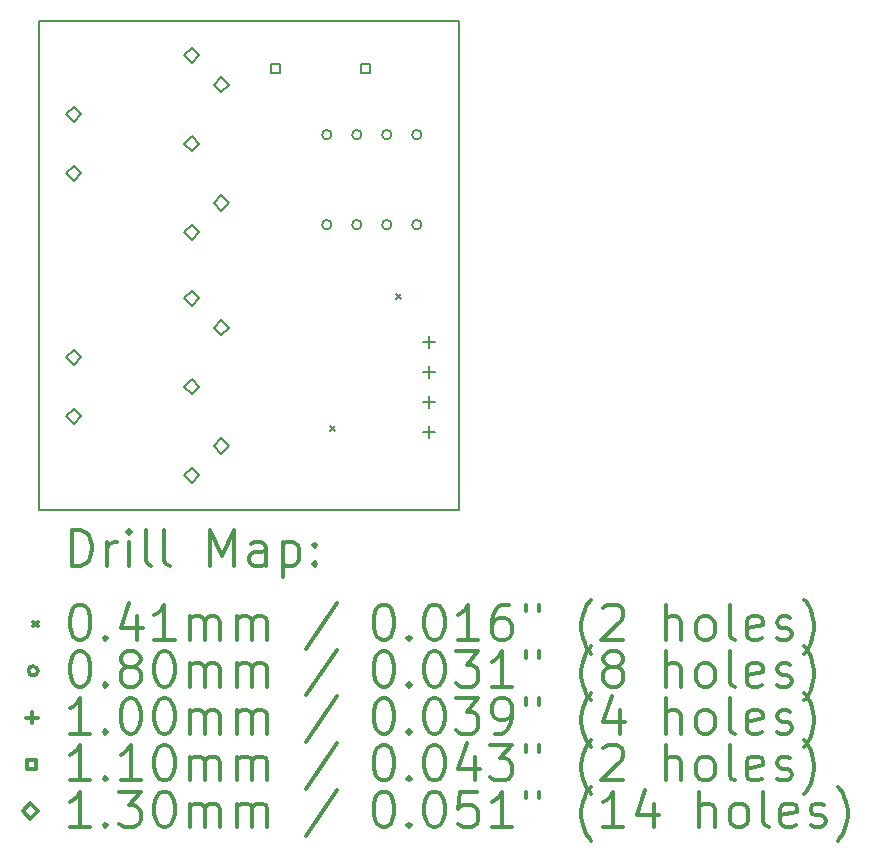
<source format=gbr>
%FSLAX45Y45*%
G04 Gerber Fmt 4.5, Leading zero omitted, Abs format (unit mm)*
G04 Created by KiCad (PCBNEW 5.1.5-52549c5~84~ubuntu18.04.1) date 2020-03-04 13:04:15*
%MOMM*%
%LPD*%
G04 APERTURE LIST*
%TA.AperFunction,Profile*%
%ADD10C,0.150000*%
%TD*%
%ADD11C,0.200000*%
%ADD12C,0.300000*%
G04 APERTURE END LIST*
D10*
X16687800Y-12077700D02*
X16687800Y-7937500D01*
X13131800Y-12077700D02*
X16687800Y-12077700D01*
X13131800Y-7937500D02*
X13131800Y-12077700D01*
X16687800Y-7937500D02*
X13131800Y-7937500D01*
D11*
X15600680Y-11371580D02*
X15641320Y-11412220D01*
X15641320Y-11371580D02*
X15600680Y-11412220D01*
X16159480Y-10253980D02*
X16200120Y-10294620D01*
X16200120Y-10253980D02*
X16159480Y-10294620D01*
X15610200Y-8902700D02*
G75*
G03X15610200Y-8902700I-40000J0D01*
G01*
X15610200Y-9664700D02*
G75*
G03X15610200Y-9664700I-40000J0D01*
G01*
X15864200Y-8902700D02*
G75*
G03X15864200Y-8902700I-40000J0D01*
G01*
X15864200Y-9664700D02*
G75*
G03X15864200Y-9664700I-40000J0D01*
G01*
X16118200Y-8902700D02*
G75*
G03X16118200Y-8902700I-40000J0D01*
G01*
X16118200Y-9664700D02*
G75*
G03X16118200Y-9664700I-40000J0D01*
G01*
X16372200Y-8902700D02*
G75*
G03X16372200Y-8902700I-40000J0D01*
G01*
X16372200Y-9664700D02*
G75*
G03X16372200Y-9664700I-40000J0D01*
G01*
X16433800Y-10605300D02*
X16433800Y-10705300D01*
X16383800Y-10655300D02*
X16483800Y-10655300D01*
X16433800Y-10859300D02*
X16433800Y-10959300D01*
X16383800Y-10909300D02*
X16483800Y-10909300D01*
X16433800Y-11113300D02*
X16433800Y-11213300D01*
X16383800Y-11163300D02*
X16483800Y-11163300D01*
X16433800Y-11367300D02*
X16433800Y-11467300D01*
X16383800Y-11417300D02*
X16483800Y-11417300D01*
X15177291Y-8382791D02*
X15177291Y-8305009D01*
X15099509Y-8305009D01*
X15099509Y-8382791D01*
X15177291Y-8382791D01*
X15939291Y-8382791D02*
X15939291Y-8305009D01*
X15861509Y-8305009D01*
X15861509Y-8382791D01*
X15939291Y-8382791D01*
X13427200Y-8793900D02*
X13492200Y-8728900D01*
X13427200Y-8663900D01*
X13362200Y-8728900D01*
X13427200Y-8793900D01*
X13427200Y-9293900D02*
X13492200Y-9228900D01*
X13427200Y-9163900D01*
X13362200Y-9228900D01*
X13427200Y-9293900D01*
X14427200Y-8293900D02*
X14492200Y-8228900D01*
X14427200Y-8163900D01*
X14362200Y-8228900D01*
X14427200Y-8293900D01*
X14427200Y-9043900D02*
X14492200Y-8978900D01*
X14427200Y-8913900D01*
X14362200Y-8978900D01*
X14427200Y-9043900D01*
X14427200Y-9793900D02*
X14492200Y-9728900D01*
X14427200Y-9663900D01*
X14362200Y-9728900D01*
X14427200Y-9793900D01*
X14677200Y-8543900D02*
X14742200Y-8478900D01*
X14677200Y-8413900D01*
X14612200Y-8478900D01*
X14677200Y-8543900D01*
X14677200Y-9543900D02*
X14742200Y-9478900D01*
X14677200Y-9413900D01*
X14612200Y-9478900D01*
X14677200Y-9543900D01*
X13427200Y-10851300D02*
X13492200Y-10786300D01*
X13427200Y-10721300D01*
X13362200Y-10786300D01*
X13427200Y-10851300D01*
X13427200Y-11351300D02*
X13492200Y-11286300D01*
X13427200Y-11221300D01*
X13362200Y-11286300D01*
X13427200Y-11351300D01*
X14427200Y-10351300D02*
X14492200Y-10286300D01*
X14427200Y-10221300D01*
X14362200Y-10286300D01*
X14427200Y-10351300D01*
X14427200Y-11101300D02*
X14492200Y-11036300D01*
X14427200Y-10971300D01*
X14362200Y-11036300D01*
X14427200Y-11101300D01*
X14427200Y-11851300D02*
X14492200Y-11786300D01*
X14427200Y-11721300D01*
X14362200Y-11786300D01*
X14427200Y-11851300D01*
X14677200Y-10601300D02*
X14742200Y-10536300D01*
X14677200Y-10471300D01*
X14612200Y-10536300D01*
X14677200Y-10601300D01*
X14677200Y-11601300D02*
X14742200Y-11536300D01*
X14677200Y-11471300D01*
X14612200Y-11536300D01*
X14677200Y-11601300D01*
D12*
X13410728Y-12550914D02*
X13410728Y-12250914D01*
X13482157Y-12250914D01*
X13525014Y-12265200D01*
X13553586Y-12293771D01*
X13567871Y-12322343D01*
X13582157Y-12379486D01*
X13582157Y-12422343D01*
X13567871Y-12479486D01*
X13553586Y-12508057D01*
X13525014Y-12536629D01*
X13482157Y-12550914D01*
X13410728Y-12550914D01*
X13710728Y-12550914D02*
X13710728Y-12350914D01*
X13710728Y-12408057D02*
X13725014Y-12379486D01*
X13739300Y-12365200D01*
X13767871Y-12350914D01*
X13796443Y-12350914D01*
X13896443Y-12550914D02*
X13896443Y-12350914D01*
X13896443Y-12250914D02*
X13882157Y-12265200D01*
X13896443Y-12279486D01*
X13910728Y-12265200D01*
X13896443Y-12250914D01*
X13896443Y-12279486D01*
X14082157Y-12550914D02*
X14053586Y-12536629D01*
X14039300Y-12508057D01*
X14039300Y-12250914D01*
X14239300Y-12550914D02*
X14210728Y-12536629D01*
X14196443Y-12508057D01*
X14196443Y-12250914D01*
X14582157Y-12550914D02*
X14582157Y-12250914D01*
X14682157Y-12465200D01*
X14782157Y-12250914D01*
X14782157Y-12550914D01*
X15053586Y-12550914D02*
X15053586Y-12393771D01*
X15039300Y-12365200D01*
X15010728Y-12350914D01*
X14953586Y-12350914D01*
X14925014Y-12365200D01*
X15053586Y-12536629D02*
X15025014Y-12550914D01*
X14953586Y-12550914D01*
X14925014Y-12536629D01*
X14910728Y-12508057D01*
X14910728Y-12479486D01*
X14925014Y-12450914D01*
X14953586Y-12436629D01*
X15025014Y-12436629D01*
X15053586Y-12422343D01*
X15196443Y-12350914D02*
X15196443Y-12650914D01*
X15196443Y-12365200D02*
X15225014Y-12350914D01*
X15282157Y-12350914D01*
X15310728Y-12365200D01*
X15325014Y-12379486D01*
X15339300Y-12408057D01*
X15339300Y-12493771D01*
X15325014Y-12522343D01*
X15310728Y-12536629D01*
X15282157Y-12550914D01*
X15225014Y-12550914D01*
X15196443Y-12536629D01*
X15467871Y-12522343D02*
X15482157Y-12536629D01*
X15467871Y-12550914D01*
X15453586Y-12536629D01*
X15467871Y-12522343D01*
X15467871Y-12550914D01*
X15467871Y-12365200D02*
X15482157Y-12379486D01*
X15467871Y-12393771D01*
X15453586Y-12379486D01*
X15467871Y-12365200D01*
X15467871Y-12393771D01*
X13083660Y-13024880D02*
X13124300Y-13065520D01*
X13124300Y-13024880D02*
X13083660Y-13065520D01*
X13467871Y-12880914D02*
X13496443Y-12880914D01*
X13525014Y-12895200D01*
X13539300Y-12909486D01*
X13553586Y-12938057D01*
X13567871Y-12995200D01*
X13567871Y-13066629D01*
X13553586Y-13123771D01*
X13539300Y-13152343D01*
X13525014Y-13166629D01*
X13496443Y-13180914D01*
X13467871Y-13180914D01*
X13439300Y-13166629D01*
X13425014Y-13152343D01*
X13410728Y-13123771D01*
X13396443Y-13066629D01*
X13396443Y-12995200D01*
X13410728Y-12938057D01*
X13425014Y-12909486D01*
X13439300Y-12895200D01*
X13467871Y-12880914D01*
X13696443Y-13152343D02*
X13710728Y-13166629D01*
X13696443Y-13180914D01*
X13682157Y-13166629D01*
X13696443Y-13152343D01*
X13696443Y-13180914D01*
X13967871Y-12980914D02*
X13967871Y-13180914D01*
X13896443Y-12866629D02*
X13825014Y-13080914D01*
X14010728Y-13080914D01*
X14282157Y-13180914D02*
X14110728Y-13180914D01*
X14196443Y-13180914D02*
X14196443Y-12880914D01*
X14167871Y-12923771D01*
X14139300Y-12952343D01*
X14110728Y-12966629D01*
X14410728Y-13180914D02*
X14410728Y-12980914D01*
X14410728Y-13009486D02*
X14425014Y-12995200D01*
X14453586Y-12980914D01*
X14496443Y-12980914D01*
X14525014Y-12995200D01*
X14539300Y-13023771D01*
X14539300Y-13180914D01*
X14539300Y-13023771D02*
X14553586Y-12995200D01*
X14582157Y-12980914D01*
X14625014Y-12980914D01*
X14653586Y-12995200D01*
X14667871Y-13023771D01*
X14667871Y-13180914D01*
X14810728Y-13180914D02*
X14810728Y-12980914D01*
X14810728Y-13009486D02*
X14825014Y-12995200D01*
X14853586Y-12980914D01*
X14896443Y-12980914D01*
X14925014Y-12995200D01*
X14939300Y-13023771D01*
X14939300Y-13180914D01*
X14939300Y-13023771D02*
X14953586Y-12995200D01*
X14982157Y-12980914D01*
X15025014Y-12980914D01*
X15053586Y-12995200D01*
X15067871Y-13023771D01*
X15067871Y-13180914D01*
X15653586Y-12866629D02*
X15396443Y-13252343D01*
X16039300Y-12880914D02*
X16067871Y-12880914D01*
X16096443Y-12895200D01*
X16110728Y-12909486D01*
X16125014Y-12938057D01*
X16139300Y-12995200D01*
X16139300Y-13066629D01*
X16125014Y-13123771D01*
X16110728Y-13152343D01*
X16096443Y-13166629D01*
X16067871Y-13180914D01*
X16039300Y-13180914D01*
X16010728Y-13166629D01*
X15996443Y-13152343D01*
X15982157Y-13123771D01*
X15967871Y-13066629D01*
X15967871Y-12995200D01*
X15982157Y-12938057D01*
X15996443Y-12909486D01*
X16010728Y-12895200D01*
X16039300Y-12880914D01*
X16267871Y-13152343D02*
X16282157Y-13166629D01*
X16267871Y-13180914D01*
X16253586Y-13166629D01*
X16267871Y-13152343D01*
X16267871Y-13180914D01*
X16467871Y-12880914D02*
X16496443Y-12880914D01*
X16525014Y-12895200D01*
X16539300Y-12909486D01*
X16553586Y-12938057D01*
X16567871Y-12995200D01*
X16567871Y-13066629D01*
X16553586Y-13123771D01*
X16539300Y-13152343D01*
X16525014Y-13166629D01*
X16496443Y-13180914D01*
X16467871Y-13180914D01*
X16439300Y-13166629D01*
X16425014Y-13152343D01*
X16410728Y-13123771D01*
X16396443Y-13066629D01*
X16396443Y-12995200D01*
X16410728Y-12938057D01*
X16425014Y-12909486D01*
X16439300Y-12895200D01*
X16467871Y-12880914D01*
X16853586Y-13180914D02*
X16682157Y-13180914D01*
X16767871Y-13180914D02*
X16767871Y-12880914D01*
X16739300Y-12923771D01*
X16710728Y-12952343D01*
X16682157Y-12966629D01*
X17110728Y-12880914D02*
X17053586Y-12880914D01*
X17025014Y-12895200D01*
X17010728Y-12909486D01*
X16982157Y-12952343D01*
X16967871Y-13009486D01*
X16967871Y-13123771D01*
X16982157Y-13152343D01*
X16996443Y-13166629D01*
X17025014Y-13180914D01*
X17082157Y-13180914D01*
X17110728Y-13166629D01*
X17125014Y-13152343D01*
X17139300Y-13123771D01*
X17139300Y-13052343D01*
X17125014Y-13023771D01*
X17110728Y-13009486D01*
X17082157Y-12995200D01*
X17025014Y-12995200D01*
X16996443Y-13009486D01*
X16982157Y-13023771D01*
X16967871Y-13052343D01*
X17253586Y-12880914D02*
X17253586Y-12938057D01*
X17367871Y-12880914D02*
X17367871Y-12938057D01*
X17810728Y-13295200D02*
X17796443Y-13280914D01*
X17767871Y-13238057D01*
X17753586Y-13209486D01*
X17739300Y-13166629D01*
X17725014Y-13095200D01*
X17725014Y-13038057D01*
X17739300Y-12966629D01*
X17753586Y-12923771D01*
X17767871Y-12895200D01*
X17796443Y-12852343D01*
X17810728Y-12838057D01*
X17910728Y-12909486D02*
X17925014Y-12895200D01*
X17953586Y-12880914D01*
X18025014Y-12880914D01*
X18053586Y-12895200D01*
X18067871Y-12909486D01*
X18082157Y-12938057D01*
X18082157Y-12966629D01*
X18067871Y-13009486D01*
X17896443Y-13180914D01*
X18082157Y-13180914D01*
X18439300Y-13180914D02*
X18439300Y-12880914D01*
X18567871Y-13180914D02*
X18567871Y-13023771D01*
X18553586Y-12995200D01*
X18525014Y-12980914D01*
X18482157Y-12980914D01*
X18453586Y-12995200D01*
X18439300Y-13009486D01*
X18753586Y-13180914D02*
X18725014Y-13166629D01*
X18710728Y-13152343D01*
X18696443Y-13123771D01*
X18696443Y-13038057D01*
X18710728Y-13009486D01*
X18725014Y-12995200D01*
X18753586Y-12980914D01*
X18796443Y-12980914D01*
X18825014Y-12995200D01*
X18839300Y-13009486D01*
X18853586Y-13038057D01*
X18853586Y-13123771D01*
X18839300Y-13152343D01*
X18825014Y-13166629D01*
X18796443Y-13180914D01*
X18753586Y-13180914D01*
X19025014Y-13180914D02*
X18996443Y-13166629D01*
X18982157Y-13138057D01*
X18982157Y-12880914D01*
X19253586Y-13166629D02*
X19225014Y-13180914D01*
X19167871Y-13180914D01*
X19139300Y-13166629D01*
X19125014Y-13138057D01*
X19125014Y-13023771D01*
X19139300Y-12995200D01*
X19167871Y-12980914D01*
X19225014Y-12980914D01*
X19253586Y-12995200D01*
X19267871Y-13023771D01*
X19267871Y-13052343D01*
X19125014Y-13080914D01*
X19382157Y-13166629D02*
X19410728Y-13180914D01*
X19467871Y-13180914D01*
X19496443Y-13166629D01*
X19510728Y-13138057D01*
X19510728Y-13123771D01*
X19496443Y-13095200D01*
X19467871Y-13080914D01*
X19425014Y-13080914D01*
X19396443Y-13066629D01*
X19382157Y-13038057D01*
X19382157Y-13023771D01*
X19396443Y-12995200D01*
X19425014Y-12980914D01*
X19467871Y-12980914D01*
X19496443Y-12995200D01*
X19610728Y-13295200D02*
X19625014Y-13280914D01*
X19653586Y-13238057D01*
X19667871Y-13209486D01*
X19682157Y-13166629D01*
X19696443Y-13095200D01*
X19696443Y-13038057D01*
X19682157Y-12966629D01*
X19667871Y-12923771D01*
X19653586Y-12895200D01*
X19625014Y-12852343D01*
X19610728Y-12838057D01*
X13124300Y-13441200D02*
G75*
G03X13124300Y-13441200I-40000J0D01*
G01*
X13467871Y-13276914D02*
X13496443Y-13276914D01*
X13525014Y-13291200D01*
X13539300Y-13305486D01*
X13553586Y-13334057D01*
X13567871Y-13391200D01*
X13567871Y-13462629D01*
X13553586Y-13519771D01*
X13539300Y-13548343D01*
X13525014Y-13562629D01*
X13496443Y-13576914D01*
X13467871Y-13576914D01*
X13439300Y-13562629D01*
X13425014Y-13548343D01*
X13410728Y-13519771D01*
X13396443Y-13462629D01*
X13396443Y-13391200D01*
X13410728Y-13334057D01*
X13425014Y-13305486D01*
X13439300Y-13291200D01*
X13467871Y-13276914D01*
X13696443Y-13548343D02*
X13710728Y-13562629D01*
X13696443Y-13576914D01*
X13682157Y-13562629D01*
X13696443Y-13548343D01*
X13696443Y-13576914D01*
X13882157Y-13405486D02*
X13853586Y-13391200D01*
X13839300Y-13376914D01*
X13825014Y-13348343D01*
X13825014Y-13334057D01*
X13839300Y-13305486D01*
X13853586Y-13291200D01*
X13882157Y-13276914D01*
X13939300Y-13276914D01*
X13967871Y-13291200D01*
X13982157Y-13305486D01*
X13996443Y-13334057D01*
X13996443Y-13348343D01*
X13982157Y-13376914D01*
X13967871Y-13391200D01*
X13939300Y-13405486D01*
X13882157Y-13405486D01*
X13853586Y-13419771D01*
X13839300Y-13434057D01*
X13825014Y-13462629D01*
X13825014Y-13519771D01*
X13839300Y-13548343D01*
X13853586Y-13562629D01*
X13882157Y-13576914D01*
X13939300Y-13576914D01*
X13967871Y-13562629D01*
X13982157Y-13548343D01*
X13996443Y-13519771D01*
X13996443Y-13462629D01*
X13982157Y-13434057D01*
X13967871Y-13419771D01*
X13939300Y-13405486D01*
X14182157Y-13276914D02*
X14210728Y-13276914D01*
X14239300Y-13291200D01*
X14253586Y-13305486D01*
X14267871Y-13334057D01*
X14282157Y-13391200D01*
X14282157Y-13462629D01*
X14267871Y-13519771D01*
X14253586Y-13548343D01*
X14239300Y-13562629D01*
X14210728Y-13576914D01*
X14182157Y-13576914D01*
X14153586Y-13562629D01*
X14139300Y-13548343D01*
X14125014Y-13519771D01*
X14110728Y-13462629D01*
X14110728Y-13391200D01*
X14125014Y-13334057D01*
X14139300Y-13305486D01*
X14153586Y-13291200D01*
X14182157Y-13276914D01*
X14410728Y-13576914D02*
X14410728Y-13376914D01*
X14410728Y-13405486D02*
X14425014Y-13391200D01*
X14453586Y-13376914D01*
X14496443Y-13376914D01*
X14525014Y-13391200D01*
X14539300Y-13419771D01*
X14539300Y-13576914D01*
X14539300Y-13419771D02*
X14553586Y-13391200D01*
X14582157Y-13376914D01*
X14625014Y-13376914D01*
X14653586Y-13391200D01*
X14667871Y-13419771D01*
X14667871Y-13576914D01*
X14810728Y-13576914D02*
X14810728Y-13376914D01*
X14810728Y-13405486D02*
X14825014Y-13391200D01*
X14853586Y-13376914D01*
X14896443Y-13376914D01*
X14925014Y-13391200D01*
X14939300Y-13419771D01*
X14939300Y-13576914D01*
X14939300Y-13419771D02*
X14953586Y-13391200D01*
X14982157Y-13376914D01*
X15025014Y-13376914D01*
X15053586Y-13391200D01*
X15067871Y-13419771D01*
X15067871Y-13576914D01*
X15653586Y-13262629D02*
X15396443Y-13648343D01*
X16039300Y-13276914D02*
X16067871Y-13276914D01*
X16096443Y-13291200D01*
X16110728Y-13305486D01*
X16125014Y-13334057D01*
X16139300Y-13391200D01*
X16139300Y-13462629D01*
X16125014Y-13519771D01*
X16110728Y-13548343D01*
X16096443Y-13562629D01*
X16067871Y-13576914D01*
X16039300Y-13576914D01*
X16010728Y-13562629D01*
X15996443Y-13548343D01*
X15982157Y-13519771D01*
X15967871Y-13462629D01*
X15967871Y-13391200D01*
X15982157Y-13334057D01*
X15996443Y-13305486D01*
X16010728Y-13291200D01*
X16039300Y-13276914D01*
X16267871Y-13548343D02*
X16282157Y-13562629D01*
X16267871Y-13576914D01*
X16253586Y-13562629D01*
X16267871Y-13548343D01*
X16267871Y-13576914D01*
X16467871Y-13276914D02*
X16496443Y-13276914D01*
X16525014Y-13291200D01*
X16539300Y-13305486D01*
X16553586Y-13334057D01*
X16567871Y-13391200D01*
X16567871Y-13462629D01*
X16553586Y-13519771D01*
X16539300Y-13548343D01*
X16525014Y-13562629D01*
X16496443Y-13576914D01*
X16467871Y-13576914D01*
X16439300Y-13562629D01*
X16425014Y-13548343D01*
X16410728Y-13519771D01*
X16396443Y-13462629D01*
X16396443Y-13391200D01*
X16410728Y-13334057D01*
X16425014Y-13305486D01*
X16439300Y-13291200D01*
X16467871Y-13276914D01*
X16667871Y-13276914D02*
X16853586Y-13276914D01*
X16753586Y-13391200D01*
X16796443Y-13391200D01*
X16825014Y-13405486D01*
X16839300Y-13419771D01*
X16853586Y-13448343D01*
X16853586Y-13519771D01*
X16839300Y-13548343D01*
X16825014Y-13562629D01*
X16796443Y-13576914D01*
X16710728Y-13576914D01*
X16682157Y-13562629D01*
X16667871Y-13548343D01*
X17139300Y-13576914D02*
X16967871Y-13576914D01*
X17053586Y-13576914D02*
X17053586Y-13276914D01*
X17025014Y-13319771D01*
X16996443Y-13348343D01*
X16967871Y-13362629D01*
X17253586Y-13276914D02*
X17253586Y-13334057D01*
X17367871Y-13276914D02*
X17367871Y-13334057D01*
X17810728Y-13691200D02*
X17796443Y-13676914D01*
X17767871Y-13634057D01*
X17753586Y-13605486D01*
X17739300Y-13562629D01*
X17725014Y-13491200D01*
X17725014Y-13434057D01*
X17739300Y-13362629D01*
X17753586Y-13319771D01*
X17767871Y-13291200D01*
X17796443Y-13248343D01*
X17810728Y-13234057D01*
X17967871Y-13405486D02*
X17939300Y-13391200D01*
X17925014Y-13376914D01*
X17910728Y-13348343D01*
X17910728Y-13334057D01*
X17925014Y-13305486D01*
X17939300Y-13291200D01*
X17967871Y-13276914D01*
X18025014Y-13276914D01*
X18053586Y-13291200D01*
X18067871Y-13305486D01*
X18082157Y-13334057D01*
X18082157Y-13348343D01*
X18067871Y-13376914D01*
X18053586Y-13391200D01*
X18025014Y-13405486D01*
X17967871Y-13405486D01*
X17939300Y-13419771D01*
X17925014Y-13434057D01*
X17910728Y-13462629D01*
X17910728Y-13519771D01*
X17925014Y-13548343D01*
X17939300Y-13562629D01*
X17967871Y-13576914D01*
X18025014Y-13576914D01*
X18053586Y-13562629D01*
X18067871Y-13548343D01*
X18082157Y-13519771D01*
X18082157Y-13462629D01*
X18067871Y-13434057D01*
X18053586Y-13419771D01*
X18025014Y-13405486D01*
X18439300Y-13576914D02*
X18439300Y-13276914D01*
X18567871Y-13576914D02*
X18567871Y-13419771D01*
X18553586Y-13391200D01*
X18525014Y-13376914D01*
X18482157Y-13376914D01*
X18453586Y-13391200D01*
X18439300Y-13405486D01*
X18753586Y-13576914D02*
X18725014Y-13562629D01*
X18710728Y-13548343D01*
X18696443Y-13519771D01*
X18696443Y-13434057D01*
X18710728Y-13405486D01*
X18725014Y-13391200D01*
X18753586Y-13376914D01*
X18796443Y-13376914D01*
X18825014Y-13391200D01*
X18839300Y-13405486D01*
X18853586Y-13434057D01*
X18853586Y-13519771D01*
X18839300Y-13548343D01*
X18825014Y-13562629D01*
X18796443Y-13576914D01*
X18753586Y-13576914D01*
X19025014Y-13576914D02*
X18996443Y-13562629D01*
X18982157Y-13534057D01*
X18982157Y-13276914D01*
X19253586Y-13562629D02*
X19225014Y-13576914D01*
X19167871Y-13576914D01*
X19139300Y-13562629D01*
X19125014Y-13534057D01*
X19125014Y-13419771D01*
X19139300Y-13391200D01*
X19167871Y-13376914D01*
X19225014Y-13376914D01*
X19253586Y-13391200D01*
X19267871Y-13419771D01*
X19267871Y-13448343D01*
X19125014Y-13476914D01*
X19382157Y-13562629D02*
X19410728Y-13576914D01*
X19467871Y-13576914D01*
X19496443Y-13562629D01*
X19510728Y-13534057D01*
X19510728Y-13519771D01*
X19496443Y-13491200D01*
X19467871Y-13476914D01*
X19425014Y-13476914D01*
X19396443Y-13462629D01*
X19382157Y-13434057D01*
X19382157Y-13419771D01*
X19396443Y-13391200D01*
X19425014Y-13376914D01*
X19467871Y-13376914D01*
X19496443Y-13391200D01*
X19610728Y-13691200D02*
X19625014Y-13676914D01*
X19653586Y-13634057D01*
X19667871Y-13605486D01*
X19682157Y-13562629D01*
X19696443Y-13491200D01*
X19696443Y-13434057D01*
X19682157Y-13362629D01*
X19667871Y-13319771D01*
X19653586Y-13291200D01*
X19625014Y-13248343D01*
X19610728Y-13234057D01*
X13074300Y-13787200D02*
X13074300Y-13887200D01*
X13024300Y-13837200D02*
X13124300Y-13837200D01*
X13567871Y-13972914D02*
X13396443Y-13972914D01*
X13482157Y-13972914D02*
X13482157Y-13672914D01*
X13453586Y-13715771D01*
X13425014Y-13744343D01*
X13396443Y-13758629D01*
X13696443Y-13944343D02*
X13710728Y-13958629D01*
X13696443Y-13972914D01*
X13682157Y-13958629D01*
X13696443Y-13944343D01*
X13696443Y-13972914D01*
X13896443Y-13672914D02*
X13925014Y-13672914D01*
X13953586Y-13687200D01*
X13967871Y-13701486D01*
X13982157Y-13730057D01*
X13996443Y-13787200D01*
X13996443Y-13858629D01*
X13982157Y-13915771D01*
X13967871Y-13944343D01*
X13953586Y-13958629D01*
X13925014Y-13972914D01*
X13896443Y-13972914D01*
X13867871Y-13958629D01*
X13853586Y-13944343D01*
X13839300Y-13915771D01*
X13825014Y-13858629D01*
X13825014Y-13787200D01*
X13839300Y-13730057D01*
X13853586Y-13701486D01*
X13867871Y-13687200D01*
X13896443Y-13672914D01*
X14182157Y-13672914D02*
X14210728Y-13672914D01*
X14239300Y-13687200D01*
X14253586Y-13701486D01*
X14267871Y-13730057D01*
X14282157Y-13787200D01*
X14282157Y-13858629D01*
X14267871Y-13915771D01*
X14253586Y-13944343D01*
X14239300Y-13958629D01*
X14210728Y-13972914D01*
X14182157Y-13972914D01*
X14153586Y-13958629D01*
X14139300Y-13944343D01*
X14125014Y-13915771D01*
X14110728Y-13858629D01*
X14110728Y-13787200D01*
X14125014Y-13730057D01*
X14139300Y-13701486D01*
X14153586Y-13687200D01*
X14182157Y-13672914D01*
X14410728Y-13972914D02*
X14410728Y-13772914D01*
X14410728Y-13801486D02*
X14425014Y-13787200D01*
X14453586Y-13772914D01*
X14496443Y-13772914D01*
X14525014Y-13787200D01*
X14539300Y-13815771D01*
X14539300Y-13972914D01*
X14539300Y-13815771D02*
X14553586Y-13787200D01*
X14582157Y-13772914D01*
X14625014Y-13772914D01*
X14653586Y-13787200D01*
X14667871Y-13815771D01*
X14667871Y-13972914D01*
X14810728Y-13972914D02*
X14810728Y-13772914D01*
X14810728Y-13801486D02*
X14825014Y-13787200D01*
X14853586Y-13772914D01*
X14896443Y-13772914D01*
X14925014Y-13787200D01*
X14939300Y-13815771D01*
X14939300Y-13972914D01*
X14939300Y-13815771D02*
X14953586Y-13787200D01*
X14982157Y-13772914D01*
X15025014Y-13772914D01*
X15053586Y-13787200D01*
X15067871Y-13815771D01*
X15067871Y-13972914D01*
X15653586Y-13658629D02*
X15396443Y-14044343D01*
X16039300Y-13672914D02*
X16067871Y-13672914D01*
X16096443Y-13687200D01*
X16110728Y-13701486D01*
X16125014Y-13730057D01*
X16139300Y-13787200D01*
X16139300Y-13858629D01*
X16125014Y-13915771D01*
X16110728Y-13944343D01*
X16096443Y-13958629D01*
X16067871Y-13972914D01*
X16039300Y-13972914D01*
X16010728Y-13958629D01*
X15996443Y-13944343D01*
X15982157Y-13915771D01*
X15967871Y-13858629D01*
X15967871Y-13787200D01*
X15982157Y-13730057D01*
X15996443Y-13701486D01*
X16010728Y-13687200D01*
X16039300Y-13672914D01*
X16267871Y-13944343D02*
X16282157Y-13958629D01*
X16267871Y-13972914D01*
X16253586Y-13958629D01*
X16267871Y-13944343D01*
X16267871Y-13972914D01*
X16467871Y-13672914D02*
X16496443Y-13672914D01*
X16525014Y-13687200D01*
X16539300Y-13701486D01*
X16553586Y-13730057D01*
X16567871Y-13787200D01*
X16567871Y-13858629D01*
X16553586Y-13915771D01*
X16539300Y-13944343D01*
X16525014Y-13958629D01*
X16496443Y-13972914D01*
X16467871Y-13972914D01*
X16439300Y-13958629D01*
X16425014Y-13944343D01*
X16410728Y-13915771D01*
X16396443Y-13858629D01*
X16396443Y-13787200D01*
X16410728Y-13730057D01*
X16425014Y-13701486D01*
X16439300Y-13687200D01*
X16467871Y-13672914D01*
X16667871Y-13672914D02*
X16853586Y-13672914D01*
X16753586Y-13787200D01*
X16796443Y-13787200D01*
X16825014Y-13801486D01*
X16839300Y-13815771D01*
X16853586Y-13844343D01*
X16853586Y-13915771D01*
X16839300Y-13944343D01*
X16825014Y-13958629D01*
X16796443Y-13972914D01*
X16710728Y-13972914D01*
X16682157Y-13958629D01*
X16667871Y-13944343D01*
X16996443Y-13972914D02*
X17053586Y-13972914D01*
X17082157Y-13958629D01*
X17096443Y-13944343D01*
X17125014Y-13901486D01*
X17139300Y-13844343D01*
X17139300Y-13730057D01*
X17125014Y-13701486D01*
X17110728Y-13687200D01*
X17082157Y-13672914D01*
X17025014Y-13672914D01*
X16996443Y-13687200D01*
X16982157Y-13701486D01*
X16967871Y-13730057D01*
X16967871Y-13801486D01*
X16982157Y-13830057D01*
X16996443Y-13844343D01*
X17025014Y-13858629D01*
X17082157Y-13858629D01*
X17110728Y-13844343D01*
X17125014Y-13830057D01*
X17139300Y-13801486D01*
X17253586Y-13672914D02*
X17253586Y-13730057D01*
X17367871Y-13672914D02*
X17367871Y-13730057D01*
X17810728Y-14087200D02*
X17796443Y-14072914D01*
X17767871Y-14030057D01*
X17753586Y-14001486D01*
X17739300Y-13958629D01*
X17725014Y-13887200D01*
X17725014Y-13830057D01*
X17739300Y-13758629D01*
X17753586Y-13715771D01*
X17767871Y-13687200D01*
X17796443Y-13644343D01*
X17810728Y-13630057D01*
X18053586Y-13772914D02*
X18053586Y-13972914D01*
X17982157Y-13658629D02*
X17910728Y-13872914D01*
X18096443Y-13872914D01*
X18439300Y-13972914D02*
X18439300Y-13672914D01*
X18567871Y-13972914D02*
X18567871Y-13815771D01*
X18553586Y-13787200D01*
X18525014Y-13772914D01*
X18482157Y-13772914D01*
X18453586Y-13787200D01*
X18439300Y-13801486D01*
X18753586Y-13972914D02*
X18725014Y-13958629D01*
X18710728Y-13944343D01*
X18696443Y-13915771D01*
X18696443Y-13830057D01*
X18710728Y-13801486D01*
X18725014Y-13787200D01*
X18753586Y-13772914D01*
X18796443Y-13772914D01*
X18825014Y-13787200D01*
X18839300Y-13801486D01*
X18853586Y-13830057D01*
X18853586Y-13915771D01*
X18839300Y-13944343D01*
X18825014Y-13958629D01*
X18796443Y-13972914D01*
X18753586Y-13972914D01*
X19025014Y-13972914D02*
X18996443Y-13958629D01*
X18982157Y-13930057D01*
X18982157Y-13672914D01*
X19253586Y-13958629D02*
X19225014Y-13972914D01*
X19167871Y-13972914D01*
X19139300Y-13958629D01*
X19125014Y-13930057D01*
X19125014Y-13815771D01*
X19139300Y-13787200D01*
X19167871Y-13772914D01*
X19225014Y-13772914D01*
X19253586Y-13787200D01*
X19267871Y-13815771D01*
X19267871Y-13844343D01*
X19125014Y-13872914D01*
X19382157Y-13958629D02*
X19410728Y-13972914D01*
X19467871Y-13972914D01*
X19496443Y-13958629D01*
X19510728Y-13930057D01*
X19510728Y-13915771D01*
X19496443Y-13887200D01*
X19467871Y-13872914D01*
X19425014Y-13872914D01*
X19396443Y-13858629D01*
X19382157Y-13830057D01*
X19382157Y-13815771D01*
X19396443Y-13787200D01*
X19425014Y-13772914D01*
X19467871Y-13772914D01*
X19496443Y-13787200D01*
X19610728Y-14087200D02*
X19625014Y-14072914D01*
X19653586Y-14030057D01*
X19667871Y-14001486D01*
X19682157Y-13958629D01*
X19696443Y-13887200D01*
X19696443Y-13830057D01*
X19682157Y-13758629D01*
X19667871Y-13715771D01*
X19653586Y-13687200D01*
X19625014Y-13644343D01*
X19610728Y-13630057D01*
X13108191Y-14272091D02*
X13108191Y-14194309D01*
X13030409Y-14194309D01*
X13030409Y-14272091D01*
X13108191Y-14272091D01*
X13567871Y-14368914D02*
X13396443Y-14368914D01*
X13482157Y-14368914D02*
X13482157Y-14068914D01*
X13453586Y-14111771D01*
X13425014Y-14140343D01*
X13396443Y-14154629D01*
X13696443Y-14340343D02*
X13710728Y-14354629D01*
X13696443Y-14368914D01*
X13682157Y-14354629D01*
X13696443Y-14340343D01*
X13696443Y-14368914D01*
X13996443Y-14368914D02*
X13825014Y-14368914D01*
X13910728Y-14368914D02*
X13910728Y-14068914D01*
X13882157Y-14111771D01*
X13853586Y-14140343D01*
X13825014Y-14154629D01*
X14182157Y-14068914D02*
X14210728Y-14068914D01*
X14239300Y-14083200D01*
X14253586Y-14097486D01*
X14267871Y-14126057D01*
X14282157Y-14183200D01*
X14282157Y-14254629D01*
X14267871Y-14311771D01*
X14253586Y-14340343D01*
X14239300Y-14354629D01*
X14210728Y-14368914D01*
X14182157Y-14368914D01*
X14153586Y-14354629D01*
X14139300Y-14340343D01*
X14125014Y-14311771D01*
X14110728Y-14254629D01*
X14110728Y-14183200D01*
X14125014Y-14126057D01*
X14139300Y-14097486D01*
X14153586Y-14083200D01*
X14182157Y-14068914D01*
X14410728Y-14368914D02*
X14410728Y-14168914D01*
X14410728Y-14197486D02*
X14425014Y-14183200D01*
X14453586Y-14168914D01*
X14496443Y-14168914D01*
X14525014Y-14183200D01*
X14539300Y-14211771D01*
X14539300Y-14368914D01*
X14539300Y-14211771D02*
X14553586Y-14183200D01*
X14582157Y-14168914D01*
X14625014Y-14168914D01*
X14653586Y-14183200D01*
X14667871Y-14211771D01*
X14667871Y-14368914D01*
X14810728Y-14368914D02*
X14810728Y-14168914D01*
X14810728Y-14197486D02*
X14825014Y-14183200D01*
X14853586Y-14168914D01*
X14896443Y-14168914D01*
X14925014Y-14183200D01*
X14939300Y-14211771D01*
X14939300Y-14368914D01*
X14939300Y-14211771D02*
X14953586Y-14183200D01*
X14982157Y-14168914D01*
X15025014Y-14168914D01*
X15053586Y-14183200D01*
X15067871Y-14211771D01*
X15067871Y-14368914D01*
X15653586Y-14054629D02*
X15396443Y-14440343D01*
X16039300Y-14068914D02*
X16067871Y-14068914D01*
X16096443Y-14083200D01*
X16110728Y-14097486D01*
X16125014Y-14126057D01*
X16139300Y-14183200D01*
X16139300Y-14254629D01*
X16125014Y-14311771D01*
X16110728Y-14340343D01*
X16096443Y-14354629D01*
X16067871Y-14368914D01*
X16039300Y-14368914D01*
X16010728Y-14354629D01*
X15996443Y-14340343D01*
X15982157Y-14311771D01*
X15967871Y-14254629D01*
X15967871Y-14183200D01*
X15982157Y-14126057D01*
X15996443Y-14097486D01*
X16010728Y-14083200D01*
X16039300Y-14068914D01*
X16267871Y-14340343D02*
X16282157Y-14354629D01*
X16267871Y-14368914D01*
X16253586Y-14354629D01*
X16267871Y-14340343D01*
X16267871Y-14368914D01*
X16467871Y-14068914D02*
X16496443Y-14068914D01*
X16525014Y-14083200D01*
X16539300Y-14097486D01*
X16553586Y-14126057D01*
X16567871Y-14183200D01*
X16567871Y-14254629D01*
X16553586Y-14311771D01*
X16539300Y-14340343D01*
X16525014Y-14354629D01*
X16496443Y-14368914D01*
X16467871Y-14368914D01*
X16439300Y-14354629D01*
X16425014Y-14340343D01*
X16410728Y-14311771D01*
X16396443Y-14254629D01*
X16396443Y-14183200D01*
X16410728Y-14126057D01*
X16425014Y-14097486D01*
X16439300Y-14083200D01*
X16467871Y-14068914D01*
X16825014Y-14168914D02*
X16825014Y-14368914D01*
X16753586Y-14054629D02*
X16682157Y-14268914D01*
X16867871Y-14268914D01*
X16953586Y-14068914D02*
X17139300Y-14068914D01*
X17039300Y-14183200D01*
X17082157Y-14183200D01*
X17110728Y-14197486D01*
X17125014Y-14211771D01*
X17139300Y-14240343D01*
X17139300Y-14311771D01*
X17125014Y-14340343D01*
X17110728Y-14354629D01*
X17082157Y-14368914D01*
X16996443Y-14368914D01*
X16967871Y-14354629D01*
X16953586Y-14340343D01*
X17253586Y-14068914D02*
X17253586Y-14126057D01*
X17367871Y-14068914D02*
X17367871Y-14126057D01*
X17810728Y-14483200D02*
X17796443Y-14468914D01*
X17767871Y-14426057D01*
X17753586Y-14397486D01*
X17739300Y-14354629D01*
X17725014Y-14283200D01*
X17725014Y-14226057D01*
X17739300Y-14154629D01*
X17753586Y-14111771D01*
X17767871Y-14083200D01*
X17796443Y-14040343D01*
X17810728Y-14026057D01*
X17910728Y-14097486D02*
X17925014Y-14083200D01*
X17953586Y-14068914D01*
X18025014Y-14068914D01*
X18053586Y-14083200D01*
X18067871Y-14097486D01*
X18082157Y-14126057D01*
X18082157Y-14154629D01*
X18067871Y-14197486D01*
X17896443Y-14368914D01*
X18082157Y-14368914D01*
X18439300Y-14368914D02*
X18439300Y-14068914D01*
X18567871Y-14368914D02*
X18567871Y-14211771D01*
X18553586Y-14183200D01*
X18525014Y-14168914D01*
X18482157Y-14168914D01*
X18453586Y-14183200D01*
X18439300Y-14197486D01*
X18753586Y-14368914D02*
X18725014Y-14354629D01*
X18710728Y-14340343D01*
X18696443Y-14311771D01*
X18696443Y-14226057D01*
X18710728Y-14197486D01*
X18725014Y-14183200D01*
X18753586Y-14168914D01*
X18796443Y-14168914D01*
X18825014Y-14183200D01*
X18839300Y-14197486D01*
X18853586Y-14226057D01*
X18853586Y-14311771D01*
X18839300Y-14340343D01*
X18825014Y-14354629D01*
X18796443Y-14368914D01*
X18753586Y-14368914D01*
X19025014Y-14368914D02*
X18996443Y-14354629D01*
X18982157Y-14326057D01*
X18982157Y-14068914D01*
X19253586Y-14354629D02*
X19225014Y-14368914D01*
X19167871Y-14368914D01*
X19139300Y-14354629D01*
X19125014Y-14326057D01*
X19125014Y-14211771D01*
X19139300Y-14183200D01*
X19167871Y-14168914D01*
X19225014Y-14168914D01*
X19253586Y-14183200D01*
X19267871Y-14211771D01*
X19267871Y-14240343D01*
X19125014Y-14268914D01*
X19382157Y-14354629D02*
X19410728Y-14368914D01*
X19467871Y-14368914D01*
X19496443Y-14354629D01*
X19510728Y-14326057D01*
X19510728Y-14311771D01*
X19496443Y-14283200D01*
X19467871Y-14268914D01*
X19425014Y-14268914D01*
X19396443Y-14254629D01*
X19382157Y-14226057D01*
X19382157Y-14211771D01*
X19396443Y-14183200D01*
X19425014Y-14168914D01*
X19467871Y-14168914D01*
X19496443Y-14183200D01*
X19610728Y-14483200D02*
X19625014Y-14468914D01*
X19653586Y-14426057D01*
X19667871Y-14397486D01*
X19682157Y-14354629D01*
X19696443Y-14283200D01*
X19696443Y-14226057D01*
X19682157Y-14154629D01*
X19667871Y-14111771D01*
X19653586Y-14083200D01*
X19625014Y-14040343D01*
X19610728Y-14026057D01*
X13059300Y-14694200D02*
X13124300Y-14629200D01*
X13059300Y-14564200D01*
X12994300Y-14629200D01*
X13059300Y-14694200D01*
X13567871Y-14764914D02*
X13396443Y-14764914D01*
X13482157Y-14764914D02*
X13482157Y-14464914D01*
X13453586Y-14507771D01*
X13425014Y-14536343D01*
X13396443Y-14550629D01*
X13696443Y-14736343D02*
X13710728Y-14750629D01*
X13696443Y-14764914D01*
X13682157Y-14750629D01*
X13696443Y-14736343D01*
X13696443Y-14764914D01*
X13810728Y-14464914D02*
X13996443Y-14464914D01*
X13896443Y-14579200D01*
X13939300Y-14579200D01*
X13967871Y-14593486D01*
X13982157Y-14607771D01*
X13996443Y-14636343D01*
X13996443Y-14707771D01*
X13982157Y-14736343D01*
X13967871Y-14750629D01*
X13939300Y-14764914D01*
X13853586Y-14764914D01*
X13825014Y-14750629D01*
X13810728Y-14736343D01*
X14182157Y-14464914D02*
X14210728Y-14464914D01*
X14239300Y-14479200D01*
X14253586Y-14493486D01*
X14267871Y-14522057D01*
X14282157Y-14579200D01*
X14282157Y-14650629D01*
X14267871Y-14707771D01*
X14253586Y-14736343D01*
X14239300Y-14750629D01*
X14210728Y-14764914D01*
X14182157Y-14764914D01*
X14153586Y-14750629D01*
X14139300Y-14736343D01*
X14125014Y-14707771D01*
X14110728Y-14650629D01*
X14110728Y-14579200D01*
X14125014Y-14522057D01*
X14139300Y-14493486D01*
X14153586Y-14479200D01*
X14182157Y-14464914D01*
X14410728Y-14764914D02*
X14410728Y-14564914D01*
X14410728Y-14593486D02*
X14425014Y-14579200D01*
X14453586Y-14564914D01*
X14496443Y-14564914D01*
X14525014Y-14579200D01*
X14539300Y-14607771D01*
X14539300Y-14764914D01*
X14539300Y-14607771D02*
X14553586Y-14579200D01*
X14582157Y-14564914D01*
X14625014Y-14564914D01*
X14653586Y-14579200D01*
X14667871Y-14607771D01*
X14667871Y-14764914D01*
X14810728Y-14764914D02*
X14810728Y-14564914D01*
X14810728Y-14593486D02*
X14825014Y-14579200D01*
X14853586Y-14564914D01*
X14896443Y-14564914D01*
X14925014Y-14579200D01*
X14939300Y-14607771D01*
X14939300Y-14764914D01*
X14939300Y-14607771D02*
X14953586Y-14579200D01*
X14982157Y-14564914D01*
X15025014Y-14564914D01*
X15053586Y-14579200D01*
X15067871Y-14607771D01*
X15067871Y-14764914D01*
X15653586Y-14450629D02*
X15396443Y-14836343D01*
X16039300Y-14464914D02*
X16067871Y-14464914D01*
X16096443Y-14479200D01*
X16110728Y-14493486D01*
X16125014Y-14522057D01*
X16139300Y-14579200D01*
X16139300Y-14650629D01*
X16125014Y-14707771D01*
X16110728Y-14736343D01*
X16096443Y-14750629D01*
X16067871Y-14764914D01*
X16039300Y-14764914D01*
X16010728Y-14750629D01*
X15996443Y-14736343D01*
X15982157Y-14707771D01*
X15967871Y-14650629D01*
X15967871Y-14579200D01*
X15982157Y-14522057D01*
X15996443Y-14493486D01*
X16010728Y-14479200D01*
X16039300Y-14464914D01*
X16267871Y-14736343D02*
X16282157Y-14750629D01*
X16267871Y-14764914D01*
X16253586Y-14750629D01*
X16267871Y-14736343D01*
X16267871Y-14764914D01*
X16467871Y-14464914D02*
X16496443Y-14464914D01*
X16525014Y-14479200D01*
X16539300Y-14493486D01*
X16553586Y-14522057D01*
X16567871Y-14579200D01*
X16567871Y-14650629D01*
X16553586Y-14707771D01*
X16539300Y-14736343D01*
X16525014Y-14750629D01*
X16496443Y-14764914D01*
X16467871Y-14764914D01*
X16439300Y-14750629D01*
X16425014Y-14736343D01*
X16410728Y-14707771D01*
X16396443Y-14650629D01*
X16396443Y-14579200D01*
X16410728Y-14522057D01*
X16425014Y-14493486D01*
X16439300Y-14479200D01*
X16467871Y-14464914D01*
X16839300Y-14464914D02*
X16696443Y-14464914D01*
X16682157Y-14607771D01*
X16696443Y-14593486D01*
X16725014Y-14579200D01*
X16796443Y-14579200D01*
X16825014Y-14593486D01*
X16839300Y-14607771D01*
X16853586Y-14636343D01*
X16853586Y-14707771D01*
X16839300Y-14736343D01*
X16825014Y-14750629D01*
X16796443Y-14764914D01*
X16725014Y-14764914D01*
X16696443Y-14750629D01*
X16682157Y-14736343D01*
X17139300Y-14764914D02*
X16967871Y-14764914D01*
X17053586Y-14764914D02*
X17053586Y-14464914D01*
X17025014Y-14507771D01*
X16996443Y-14536343D01*
X16967871Y-14550629D01*
X17253586Y-14464914D02*
X17253586Y-14522057D01*
X17367871Y-14464914D02*
X17367871Y-14522057D01*
X17810728Y-14879200D02*
X17796443Y-14864914D01*
X17767871Y-14822057D01*
X17753586Y-14793486D01*
X17739300Y-14750629D01*
X17725014Y-14679200D01*
X17725014Y-14622057D01*
X17739300Y-14550629D01*
X17753586Y-14507771D01*
X17767871Y-14479200D01*
X17796443Y-14436343D01*
X17810728Y-14422057D01*
X18082157Y-14764914D02*
X17910728Y-14764914D01*
X17996443Y-14764914D02*
X17996443Y-14464914D01*
X17967871Y-14507771D01*
X17939300Y-14536343D01*
X17910728Y-14550629D01*
X18339300Y-14564914D02*
X18339300Y-14764914D01*
X18267871Y-14450629D02*
X18196443Y-14664914D01*
X18382157Y-14664914D01*
X18725014Y-14764914D02*
X18725014Y-14464914D01*
X18853586Y-14764914D02*
X18853586Y-14607771D01*
X18839300Y-14579200D01*
X18810728Y-14564914D01*
X18767871Y-14564914D01*
X18739300Y-14579200D01*
X18725014Y-14593486D01*
X19039300Y-14764914D02*
X19010728Y-14750629D01*
X18996443Y-14736343D01*
X18982157Y-14707771D01*
X18982157Y-14622057D01*
X18996443Y-14593486D01*
X19010728Y-14579200D01*
X19039300Y-14564914D01*
X19082157Y-14564914D01*
X19110728Y-14579200D01*
X19125014Y-14593486D01*
X19139300Y-14622057D01*
X19139300Y-14707771D01*
X19125014Y-14736343D01*
X19110728Y-14750629D01*
X19082157Y-14764914D01*
X19039300Y-14764914D01*
X19310728Y-14764914D02*
X19282157Y-14750629D01*
X19267871Y-14722057D01*
X19267871Y-14464914D01*
X19539300Y-14750629D02*
X19510728Y-14764914D01*
X19453586Y-14764914D01*
X19425014Y-14750629D01*
X19410728Y-14722057D01*
X19410728Y-14607771D01*
X19425014Y-14579200D01*
X19453586Y-14564914D01*
X19510728Y-14564914D01*
X19539300Y-14579200D01*
X19553586Y-14607771D01*
X19553586Y-14636343D01*
X19410728Y-14664914D01*
X19667871Y-14750629D02*
X19696443Y-14764914D01*
X19753586Y-14764914D01*
X19782157Y-14750629D01*
X19796443Y-14722057D01*
X19796443Y-14707771D01*
X19782157Y-14679200D01*
X19753586Y-14664914D01*
X19710728Y-14664914D01*
X19682157Y-14650629D01*
X19667871Y-14622057D01*
X19667871Y-14607771D01*
X19682157Y-14579200D01*
X19710728Y-14564914D01*
X19753586Y-14564914D01*
X19782157Y-14579200D01*
X19896443Y-14879200D02*
X19910728Y-14864914D01*
X19939300Y-14822057D01*
X19953586Y-14793486D01*
X19967871Y-14750629D01*
X19982157Y-14679200D01*
X19982157Y-14622057D01*
X19967871Y-14550629D01*
X19953586Y-14507771D01*
X19939300Y-14479200D01*
X19910728Y-14436343D01*
X19896443Y-14422057D01*
M02*

</source>
